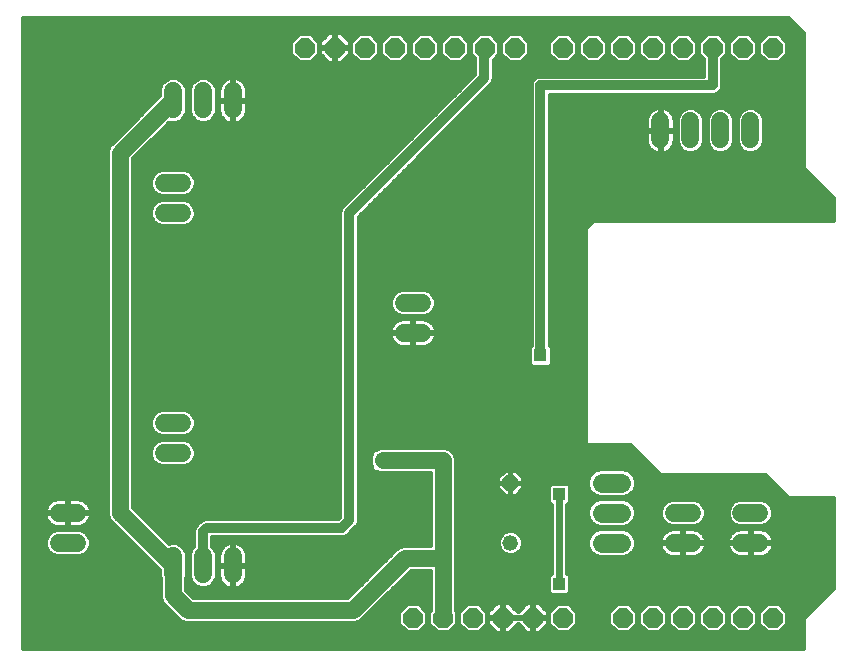
<source format=gbl>
G75*
%MOIN*%
%OFA0B0*%
%FSLAX25Y25*%
%IPPOS*%
%LPD*%
%AMOC8*
5,1,8,0,0,1.08239X$1,22.5*
%
%ADD10C,0.05200*%
%ADD11OC8,0.05200*%
%ADD12C,0.06000*%
%ADD13OC8,0.06600*%
%ADD14C,0.06496*%
%ADD15C,0.01600*%
%ADD16C,0.05600*%
%ADD17R,0.04362X0.04362*%
%ADD18C,0.02400*%
%ADD19C,0.03200*%
D10*
X0198500Y0061000D03*
D11*
X0198500Y0081000D03*
D12*
X0253000Y0071000D02*
X0259000Y0071000D01*
X0259000Y0061000D02*
X0253000Y0061000D01*
X0275500Y0061000D02*
X0281500Y0061000D01*
X0281500Y0071000D02*
X0275500Y0071000D01*
X0169000Y0131000D02*
X0163000Y0131000D01*
X0163000Y0141000D02*
X0169000Y0141000D01*
X0248500Y0195500D02*
X0248500Y0201500D01*
X0258500Y0201500D02*
X0258500Y0195500D01*
X0268500Y0195500D02*
X0268500Y0201500D01*
X0278500Y0201500D02*
X0278500Y0195500D01*
X0106000Y0205500D02*
X0106000Y0211500D01*
X0096000Y0211500D02*
X0096000Y0205500D01*
X0086000Y0205500D02*
X0086000Y0211500D01*
X0089000Y0181000D02*
X0083000Y0181000D01*
X0083000Y0171000D02*
X0089000Y0171000D01*
X0089000Y0101000D02*
X0083000Y0101000D01*
X0083000Y0091000D02*
X0089000Y0091000D01*
X0054000Y0071000D02*
X0048000Y0071000D01*
X0048000Y0061000D02*
X0054000Y0061000D01*
X0086000Y0056500D02*
X0086000Y0050500D01*
X0096000Y0050500D02*
X0096000Y0056500D01*
X0106000Y0056500D02*
X0106000Y0050500D01*
D13*
X0166000Y0036000D03*
X0176000Y0036000D03*
X0186000Y0036000D03*
X0196000Y0036000D03*
X0206000Y0036000D03*
X0216000Y0036000D03*
X0236000Y0036000D03*
X0246000Y0036000D03*
X0256000Y0036000D03*
X0266000Y0036000D03*
X0276000Y0036000D03*
X0286000Y0036000D03*
X0286000Y0226000D03*
X0276000Y0226000D03*
X0266000Y0226000D03*
X0256000Y0226000D03*
X0246000Y0226000D03*
X0236000Y0226000D03*
X0226000Y0226000D03*
X0216000Y0226000D03*
X0200000Y0226000D03*
X0190000Y0226000D03*
X0180000Y0226000D03*
X0170000Y0226000D03*
X0160000Y0226000D03*
X0150000Y0226000D03*
X0140000Y0226000D03*
X0130000Y0226000D03*
D14*
X0229002Y0081000D02*
X0235498Y0081000D01*
X0235498Y0071000D02*
X0229002Y0071000D01*
X0229002Y0061000D02*
X0235498Y0061000D01*
D15*
X0036000Y0026000D02*
X0036000Y0236000D01*
X0291000Y0236000D01*
X0296000Y0231000D01*
X0296000Y0186000D01*
X0306000Y0176000D01*
X0306000Y0168500D01*
X0226000Y0168500D01*
X0223500Y0166000D01*
X0223500Y0093500D01*
X0238500Y0093500D01*
X0248500Y0083500D01*
X0283500Y0083500D01*
X0291000Y0076000D01*
X0306000Y0076000D01*
X0306000Y0046000D01*
X0296000Y0036000D01*
X0296000Y0026000D01*
X0036000Y0026000D01*
X0036000Y0026576D02*
X0296000Y0026576D01*
X0296000Y0028175D02*
X0036000Y0028175D01*
X0036000Y0029773D02*
X0296000Y0029773D01*
X0296000Y0031372D02*
X0288284Y0031372D01*
X0288024Y0031113D02*
X0290887Y0033976D01*
X0290887Y0038024D01*
X0288024Y0040887D01*
X0283976Y0040887D01*
X0281113Y0038024D01*
X0281113Y0033976D01*
X0283976Y0031113D01*
X0288024Y0031113D01*
X0289882Y0032970D02*
X0296000Y0032970D01*
X0296000Y0034569D02*
X0290887Y0034569D01*
X0290887Y0036167D02*
X0296167Y0036167D01*
X0297766Y0037766D02*
X0290887Y0037766D01*
X0289548Y0039364D02*
X0299364Y0039364D01*
X0300963Y0040963D02*
X0208250Y0040963D01*
X0208112Y0041100D02*
X0211100Y0038112D01*
X0211100Y0036184D01*
X0206184Y0036184D01*
X0205816Y0036184D01*
X0205816Y0035816D01*
X0206184Y0035816D01*
X0206184Y0030900D01*
X0208112Y0030900D01*
X0211100Y0033888D01*
X0211100Y0035816D01*
X0206184Y0035816D01*
X0206184Y0036184D01*
X0206184Y0041100D01*
X0208112Y0041100D01*
X0206184Y0040963D02*
X0205816Y0040963D01*
X0205816Y0041100D02*
X0203888Y0041100D01*
X0201000Y0038212D01*
X0198112Y0041100D01*
X0196184Y0041100D01*
X0196184Y0036184D01*
X0195816Y0036184D01*
X0195816Y0035816D01*
X0196184Y0035816D01*
X0196184Y0030900D01*
X0198112Y0030900D01*
X0201000Y0033788D01*
X0203888Y0030900D01*
X0205816Y0030900D01*
X0205816Y0035816D01*
X0196184Y0035816D01*
X0196184Y0036184D01*
X0201100Y0036184D01*
X0205816Y0036184D01*
X0205816Y0041100D01*
X0205816Y0039364D02*
X0206184Y0039364D01*
X0206184Y0037766D02*
X0205816Y0037766D01*
X0205816Y0036167D02*
X0196184Y0036167D01*
X0195816Y0036167D02*
X0190887Y0036167D01*
X0190900Y0036184D02*
X0195816Y0036184D01*
X0195816Y0041100D01*
X0193888Y0041100D01*
X0190900Y0038112D01*
X0190900Y0036184D01*
X0190900Y0035816D02*
X0190900Y0033888D01*
X0193888Y0030900D01*
X0195816Y0030900D01*
X0195816Y0035816D01*
X0190900Y0035816D01*
X0190887Y0034569D02*
X0190900Y0034569D01*
X0190887Y0033976D02*
X0188024Y0031113D01*
X0183976Y0031113D01*
X0181113Y0033976D01*
X0181113Y0038024D01*
X0183976Y0040887D01*
X0188024Y0040887D01*
X0190887Y0038024D01*
X0190887Y0033976D01*
X0191817Y0032970D02*
X0189882Y0032970D01*
X0188284Y0031372D02*
X0193416Y0031372D01*
X0195816Y0031372D02*
X0196184Y0031372D01*
X0196184Y0032970D02*
X0195816Y0032970D01*
X0195816Y0034569D02*
X0196184Y0034569D01*
X0196184Y0037766D02*
X0195816Y0037766D01*
X0195816Y0039364D02*
X0196184Y0039364D01*
X0196184Y0040963D02*
X0195816Y0040963D01*
X0193750Y0040963D02*
X0180387Y0040963D01*
X0180387Y0042561D02*
X0302561Y0042561D01*
X0304160Y0044160D02*
X0218267Y0044160D01*
X0218518Y0044411D02*
X0217589Y0043481D01*
X0211911Y0043481D01*
X0210981Y0044411D01*
X0210981Y0050089D01*
X0211911Y0051018D01*
X0211963Y0051018D01*
X0211963Y0073481D01*
X0211911Y0073481D01*
X0210981Y0074411D01*
X0210981Y0080089D01*
X0211911Y0081018D01*
X0217589Y0081018D01*
X0218518Y0080089D01*
X0218518Y0074411D01*
X0217589Y0073481D01*
X0217537Y0073481D01*
X0217537Y0051018D01*
X0217589Y0051018D01*
X0218518Y0050089D01*
X0218518Y0044411D01*
X0218518Y0045758D02*
X0305758Y0045758D01*
X0306000Y0047357D02*
X0218518Y0047357D01*
X0218518Y0048955D02*
X0306000Y0048955D01*
X0306000Y0050554D02*
X0218053Y0050554D01*
X0217537Y0052152D02*
X0306000Y0052152D01*
X0306000Y0053751D02*
X0217537Y0053751D01*
X0217537Y0055349D02*
X0306000Y0055349D01*
X0306000Y0056948D02*
X0284089Y0056948D01*
X0284016Y0056895D02*
X0284627Y0057339D01*
X0285161Y0057873D01*
X0285605Y0058484D01*
X0285948Y0059157D01*
X0286182Y0059876D01*
X0286300Y0060622D01*
X0286300Y0060800D01*
X0278700Y0060800D01*
X0278700Y0061200D01*
X0278300Y0061200D01*
X0278300Y0065800D01*
X0275122Y0065800D01*
X0274376Y0065682D01*
X0273657Y0065448D01*
X0272984Y0065105D01*
X0272373Y0064661D01*
X0271839Y0064127D01*
X0271395Y0063516D01*
X0271052Y0062843D01*
X0270818Y0062124D01*
X0270700Y0061378D01*
X0270700Y0061200D01*
X0278300Y0061200D01*
X0278300Y0060800D01*
X0278700Y0060800D01*
X0278700Y0056200D01*
X0281878Y0056200D01*
X0282624Y0056318D01*
X0283343Y0056552D01*
X0284016Y0056895D01*
X0285637Y0058546D02*
X0306000Y0058546D01*
X0306000Y0060145D02*
X0286224Y0060145D01*
X0286300Y0061200D02*
X0286300Y0061378D01*
X0286182Y0062124D01*
X0285948Y0062843D01*
X0285605Y0063516D01*
X0285161Y0064127D01*
X0284627Y0064661D01*
X0284016Y0065105D01*
X0283343Y0065448D01*
X0282624Y0065682D01*
X0281878Y0065800D01*
X0278700Y0065800D01*
X0278700Y0061200D01*
X0286300Y0061200D01*
X0286242Y0061743D02*
X0306000Y0061743D01*
X0306000Y0063342D02*
X0285694Y0063342D01*
X0284243Y0064940D02*
X0306000Y0064940D01*
X0306000Y0066539D02*
X0282718Y0066539D01*
X0282412Y0066413D02*
X0284099Y0067111D01*
X0285389Y0068401D01*
X0286087Y0070088D01*
X0286087Y0071912D01*
X0285389Y0073599D01*
X0284099Y0074889D01*
X0282412Y0075587D01*
X0274588Y0075587D01*
X0272901Y0074889D01*
X0271611Y0073599D01*
X0270913Y0071912D01*
X0270913Y0070088D01*
X0271611Y0068401D01*
X0272901Y0067111D01*
X0274588Y0066413D01*
X0282412Y0066413D01*
X0285125Y0068137D02*
X0306000Y0068137D01*
X0306000Y0069736D02*
X0285942Y0069736D01*
X0286087Y0071334D02*
X0306000Y0071334D01*
X0306000Y0072933D02*
X0285665Y0072933D01*
X0284456Y0074532D02*
X0306000Y0074532D01*
X0290870Y0076130D02*
X0218518Y0076130D01*
X0218518Y0074532D02*
X0225695Y0074532D01*
X0226263Y0075099D02*
X0224903Y0073739D01*
X0224167Y0071962D01*
X0224167Y0070038D01*
X0224903Y0068261D01*
X0226263Y0066901D01*
X0228040Y0066165D01*
X0236460Y0066165D01*
X0238237Y0066901D01*
X0239597Y0068261D01*
X0240333Y0070038D01*
X0240333Y0071962D01*
X0239597Y0073739D01*
X0238237Y0075099D01*
X0236460Y0075835D01*
X0228040Y0075835D01*
X0226263Y0075099D01*
X0226263Y0076901D02*
X0228040Y0076165D01*
X0236460Y0076165D01*
X0238237Y0076901D01*
X0239597Y0078261D01*
X0240333Y0080038D01*
X0240333Y0081962D01*
X0239597Y0083739D01*
X0238237Y0085099D01*
X0236460Y0085835D01*
X0228040Y0085835D01*
X0226263Y0085099D01*
X0224903Y0083739D01*
X0224167Y0081962D01*
X0224167Y0080038D01*
X0224903Y0078261D01*
X0226263Y0076901D01*
X0225435Y0077729D02*
X0218518Y0077729D01*
X0218518Y0079327D02*
X0224461Y0079327D01*
X0224167Y0080926D02*
X0217682Y0080926D01*
X0211818Y0080926D02*
X0202900Y0080926D01*
X0202900Y0081000D02*
X0198500Y0081000D01*
X0198500Y0081000D01*
X0198500Y0085400D01*
X0200323Y0085400D01*
X0202900Y0082823D01*
X0202900Y0081000D01*
X0198500Y0081000D01*
X0198500Y0081000D01*
X0198500Y0081000D01*
X0194100Y0081000D01*
X0194100Y0082823D01*
X0196677Y0085400D01*
X0198500Y0085400D01*
X0198500Y0081000D01*
X0198500Y0076600D01*
X0200323Y0076600D01*
X0202900Y0079177D01*
X0202900Y0081000D01*
X0202900Y0082524D02*
X0224399Y0082524D01*
X0225286Y0084123D02*
X0201600Y0084123D01*
X0198500Y0084123D02*
X0198500Y0084123D01*
X0198500Y0082524D02*
X0198500Y0082524D01*
X0198500Y0081000D02*
X0194100Y0081000D01*
X0194100Y0079177D01*
X0196677Y0076600D01*
X0198500Y0076600D01*
X0198500Y0081000D01*
X0198500Y0081000D01*
X0198500Y0080926D02*
X0198500Y0080926D01*
X0198500Y0079327D02*
X0198500Y0079327D01*
X0198500Y0077729D02*
X0198500Y0077729D01*
X0201451Y0077729D02*
X0210981Y0077729D01*
X0210981Y0079327D02*
X0202900Y0079327D01*
X0210981Y0076130D02*
X0180387Y0076130D01*
X0180387Y0074532D02*
X0210981Y0074532D01*
X0211963Y0072933D02*
X0180387Y0072933D01*
X0180387Y0071334D02*
X0211963Y0071334D01*
X0211963Y0069736D02*
X0180387Y0069736D01*
X0180387Y0068137D02*
X0211963Y0068137D01*
X0211963Y0066539D02*
X0180387Y0066539D01*
X0180387Y0064940D02*
X0197071Y0064940D01*
X0197667Y0065187D02*
X0196128Y0064550D01*
X0194950Y0063372D01*
X0194313Y0061833D01*
X0194313Y0060167D01*
X0194950Y0058628D01*
X0196128Y0057450D01*
X0197667Y0056813D01*
X0199333Y0056813D01*
X0200872Y0057450D01*
X0202050Y0058628D01*
X0202687Y0060167D01*
X0202687Y0061833D01*
X0202050Y0063372D01*
X0200872Y0064550D01*
X0199333Y0065187D01*
X0197667Y0065187D01*
X0199929Y0064940D02*
X0211963Y0064940D01*
X0211963Y0063342D02*
X0202062Y0063342D01*
X0202687Y0061743D02*
X0211963Y0061743D01*
X0211963Y0060145D02*
X0202678Y0060145D01*
X0201968Y0058546D02*
X0211963Y0058546D01*
X0211963Y0056948D02*
X0199660Y0056948D01*
X0197340Y0056948D02*
X0180387Y0056948D01*
X0180387Y0058546D02*
X0195032Y0058546D01*
X0194322Y0060145D02*
X0180387Y0060145D01*
X0180387Y0061743D02*
X0194313Y0061743D01*
X0194938Y0063342D02*
X0180387Y0063342D01*
X0171613Y0063342D02*
X0144100Y0063342D01*
X0144056Y0063298D02*
X0146556Y0065798D01*
X0147452Y0066694D01*
X0147937Y0067866D01*
X0147937Y0169680D01*
X0191556Y0213298D01*
X0192452Y0214194D01*
X0192937Y0215366D01*
X0192937Y0222026D01*
X0194887Y0223976D01*
X0194887Y0228024D01*
X0192024Y0230887D01*
X0187976Y0230887D01*
X0185113Y0228024D01*
X0185113Y0223976D01*
X0186563Y0222526D01*
X0186563Y0217320D01*
X0142048Y0172806D01*
X0141563Y0171634D01*
X0141563Y0069820D01*
X0140930Y0069187D01*
X0096616Y0069187D01*
X0095444Y0068702D01*
X0094548Y0067806D01*
X0093298Y0066556D01*
X0092813Y0065384D01*
X0092813Y0059800D01*
X0092111Y0059099D01*
X0091413Y0057412D01*
X0091413Y0049587D01*
X0092111Y0047901D01*
X0093401Y0046611D01*
X0095087Y0045913D01*
X0096912Y0045913D01*
X0098599Y0046611D01*
X0099889Y0047901D01*
X0100587Y0049587D01*
X0100587Y0057412D01*
X0099889Y0059099D01*
X0099187Y0059800D01*
X0099187Y0062813D01*
X0142884Y0062813D01*
X0144056Y0063298D01*
X0145698Y0064940D02*
X0171613Y0064940D01*
X0171613Y0066539D02*
X0147297Y0066539D01*
X0147937Y0068137D02*
X0171613Y0068137D01*
X0171613Y0069736D02*
X0147937Y0069736D01*
X0147937Y0071334D02*
X0171613Y0071334D01*
X0171613Y0072933D02*
X0147937Y0072933D01*
X0147937Y0074532D02*
X0171613Y0074532D01*
X0171613Y0076130D02*
X0147937Y0076130D01*
X0147937Y0077729D02*
X0171613Y0077729D01*
X0171613Y0079327D02*
X0147937Y0079327D01*
X0147937Y0080926D02*
X0171613Y0080926D01*
X0171613Y0082524D02*
X0147937Y0082524D01*
X0147937Y0084123D02*
X0155103Y0084123D01*
X0155127Y0084113D02*
X0171613Y0084113D01*
X0171613Y0060387D01*
X0162627Y0060387D01*
X0161015Y0059719D01*
X0159781Y0058485D01*
X0144183Y0042887D01*
X0092817Y0042887D01*
X0090387Y0045317D01*
X0090387Y0049105D01*
X0090587Y0049587D01*
X0090587Y0057412D01*
X0089889Y0059099D01*
X0088599Y0060389D01*
X0086912Y0061087D01*
X0085088Y0061087D01*
X0084755Y0060950D01*
X0072887Y0072817D01*
X0072887Y0189183D01*
X0084755Y0201050D01*
X0085088Y0200913D01*
X0086912Y0200913D01*
X0088599Y0201611D01*
X0089889Y0202901D01*
X0090587Y0204587D01*
X0090587Y0212412D01*
X0089889Y0214099D01*
X0088599Y0215389D01*
X0086912Y0216087D01*
X0085088Y0216087D01*
X0083401Y0215389D01*
X0082111Y0214099D01*
X0081413Y0212412D01*
X0081413Y0210117D01*
X0066015Y0194719D01*
X0064781Y0193485D01*
X0064113Y0191873D01*
X0064113Y0070127D01*
X0064781Y0068515D01*
X0081413Y0051883D01*
X0081413Y0049587D01*
X0081613Y0049105D01*
X0081613Y0042627D01*
X0082281Y0041015D01*
X0088515Y0034781D01*
X0090127Y0034113D01*
X0146873Y0034113D01*
X0148485Y0034781D01*
X0165317Y0051613D01*
X0171613Y0051613D01*
X0171613Y0038524D01*
X0171113Y0038024D01*
X0171113Y0033976D01*
X0173976Y0031113D01*
X0178024Y0031113D01*
X0180887Y0033976D01*
X0180887Y0038024D01*
X0180387Y0038524D01*
X0180387Y0089373D01*
X0179719Y0090985D01*
X0178485Y0092219D01*
X0176873Y0092887D01*
X0155127Y0092887D01*
X0153633Y0092268D01*
X0153161Y0092268D01*
X0152231Y0091339D01*
X0152231Y0090867D01*
X0151613Y0089373D01*
X0151613Y0087627D01*
X0152231Y0086133D01*
X0152231Y0085661D01*
X0153161Y0084731D01*
X0153633Y0084731D01*
X0155127Y0084113D01*
X0152231Y0085721D02*
X0147937Y0085721D01*
X0147937Y0087320D02*
X0151740Y0087320D01*
X0151613Y0088918D02*
X0147937Y0088918D01*
X0147937Y0090517D02*
X0152086Y0090517D01*
X0153008Y0092115D02*
X0147937Y0092115D01*
X0147937Y0093714D02*
X0223500Y0093714D01*
X0223500Y0095312D02*
X0147937Y0095312D01*
X0147937Y0096911D02*
X0223500Y0096911D01*
X0223500Y0098509D02*
X0147937Y0098509D01*
X0147937Y0100108D02*
X0223500Y0100108D01*
X0223500Y0101706D02*
X0147937Y0101706D01*
X0147937Y0103305D02*
X0223500Y0103305D01*
X0223500Y0104903D02*
X0147937Y0104903D01*
X0147937Y0106502D02*
X0223500Y0106502D01*
X0223500Y0108100D02*
X0147937Y0108100D01*
X0147937Y0109699D02*
X0223500Y0109699D01*
X0223500Y0111297D02*
X0147937Y0111297D01*
X0147937Y0112896D02*
X0223500Y0112896D01*
X0223500Y0114494D02*
X0147937Y0114494D01*
X0147937Y0116093D02*
X0223500Y0116093D01*
X0223500Y0117691D02*
X0147937Y0117691D01*
X0147937Y0119290D02*
X0223500Y0119290D01*
X0223500Y0120888D02*
X0212268Y0120888D01*
X0212268Y0120661D02*
X0211339Y0119731D01*
X0205661Y0119731D01*
X0204731Y0120661D01*
X0204731Y0126339D01*
X0205313Y0126920D01*
X0205313Y0214134D01*
X0205798Y0215306D01*
X0206694Y0216202D01*
X0207866Y0216687D01*
X0262813Y0216687D01*
X0262813Y0222276D01*
X0261113Y0223976D01*
X0261113Y0228024D01*
X0263976Y0230887D01*
X0268024Y0230887D01*
X0270887Y0228024D01*
X0270887Y0223976D01*
X0269187Y0222276D01*
X0269187Y0212866D01*
X0268702Y0211694D01*
X0267806Y0210798D01*
X0266634Y0210313D01*
X0211687Y0210313D01*
X0211687Y0126920D01*
X0212268Y0126339D01*
X0212268Y0120661D01*
X0212268Y0122487D02*
X0223500Y0122487D01*
X0223500Y0124085D02*
X0212268Y0124085D01*
X0212268Y0125684D02*
X0223500Y0125684D01*
X0223500Y0127282D02*
X0211687Y0127282D01*
X0211687Y0128881D02*
X0223500Y0128881D01*
X0223500Y0130479D02*
X0211687Y0130479D01*
X0211687Y0132078D02*
X0223500Y0132078D01*
X0223500Y0133676D02*
X0211687Y0133676D01*
X0211687Y0135275D02*
X0223500Y0135275D01*
X0223500Y0136873D02*
X0211687Y0136873D01*
X0211687Y0138472D02*
X0223500Y0138472D01*
X0223500Y0140070D02*
X0211687Y0140070D01*
X0211687Y0141669D02*
X0223500Y0141669D01*
X0223500Y0143268D02*
X0211687Y0143268D01*
X0211687Y0144866D02*
X0223500Y0144866D01*
X0223500Y0146465D02*
X0211687Y0146465D01*
X0211687Y0148063D02*
X0223500Y0148063D01*
X0223500Y0149662D02*
X0211687Y0149662D01*
X0211687Y0151260D02*
X0223500Y0151260D01*
X0223500Y0152859D02*
X0211687Y0152859D01*
X0211687Y0154457D02*
X0223500Y0154457D01*
X0223500Y0156056D02*
X0211687Y0156056D01*
X0211687Y0157654D02*
X0223500Y0157654D01*
X0223500Y0159253D02*
X0211687Y0159253D01*
X0211687Y0160851D02*
X0223500Y0160851D01*
X0223500Y0162450D02*
X0211687Y0162450D01*
X0211687Y0164048D02*
X0223500Y0164048D01*
X0223500Y0165647D02*
X0211687Y0165647D01*
X0211687Y0167245D02*
X0224745Y0167245D01*
X0211687Y0168844D02*
X0306000Y0168844D01*
X0306000Y0170442D02*
X0211687Y0170442D01*
X0211687Y0172041D02*
X0306000Y0172041D01*
X0306000Y0173639D02*
X0211687Y0173639D01*
X0211687Y0175238D02*
X0306000Y0175238D01*
X0305164Y0176836D02*
X0211687Y0176836D01*
X0211687Y0178435D02*
X0303565Y0178435D01*
X0301967Y0180033D02*
X0211687Y0180033D01*
X0211687Y0181632D02*
X0300368Y0181632D01*
X0298770Y0183230D02*
X0211687Y0183230D01*
X0211687Y0184829D02*
X0297171Y0184829D01*
X0296000Y0186427D02*
X0211687Y0186427D01*
X0211687Y0188026D02*
X0296000Y0188026D01*
X0296000Y0189624D02*
X0211687Y0189624D01*
X0211687Y0191223D02*
X0246321Y0191223D01*
X0246657Y0191052D02*
X0245984Y0191395D01*
X0245373Y0191839D01*
X0244839Y0192373D01*
X0244395Y0192984D01*
X0244052Y0193657D01*
X0243818Y0194376D01*
X0243700Y0195122D01*
X0243700Y0198300D01*
X0248300Y0198300D01*
X0248700Y0198300D01*
X0248700Y0198700D01*
X0253300Y0198700D01*
X0253300Y0201878D01*
X0253182Y0202624D01*
X0252948Y0203343D01*
X0252605Y0204016D01*
X0252161Y0204627D01*
X0251627Y0205161D01*
X0251016Y0205605D01*
X0250343Y0205948D01*
X0249624Y0206182D01*
X0248878Y0206300D01*
X0248700Y0206300D01*
X0248700Y0198700D01*
X0248300Y0198700D01*
X0248300Y0206300D01*
X0248122Y0206300D01*
X0247376Y0206182D01*
X0246657Y0205948D01*
X0245984Y0205605D01*
X0245373Y0205161D01*
X0244839Y0204627D01*
X0244395Y0204016D01*
X0244052Y0203343D01*
X0243818Y0202624D01*
X0243700Y0201878D01*
X0243700Y0198700D01*
X0248300Y0198700D01*
X0248300Y0198300D01*
X0248300Y0190700D01*
X0248122Y0190700D01*
X0247376Y0190818D01*
X0246657Y0191052D01*
X0248300Y0191223D02*
X0248700Y0191223D01*
X0248700Y0190700D02*
X0248878Y0190700D01*
X0249624Y0190818D01*
X0250343Y0191052D01*
X0251016Y0191395D01*
X0251627Y0191839D01*
X0252161Y0192373D01*
X0252605Y0192984D01*
X0252948Y0193657D01*
X0253182Y0194376D01*
X0253300Y0195122D01*
X0253300Y0198300D01*
X0248700Y0198300D01*
X0248700Y0190700D01*
X0250679Y0191223D02*
X0256838Y0191223D01*
X0257587Y0190913D02*
X0255901Y0191611D01*
X0254611Y0192901D01*
X0253913Y0194587D01*
X0253913Y0202412D01*
X0253215Y0202412D01*
X0253913Y0202412D02*
X0254611Y0204099D01*
X0255901Y0205389D01*
X0257587Y0206087D01*
X0259412Y0206087D01*
X0261099Y0205389D01*
X0262389Y0204099D01*
X0263087Y0202412D01*
X0263913Y0202412D01*
X0264611Y0204099D01*
X0265901Y0205389D01*
X0267588Y0206087D01*
X0269412Y0206087D01*
X0271099Y0205389D01*
X0272389Y0204099D01*
X0273087Y0202412D01*
X0273913Y0202412D01*
X0274611Y0204099D01*
X0275901Y0205389D01*
X0277588Y0206087D01*
X0279412Y0206087D01*
X0281099Y0205389D01*
X0282389Y0204099D01*
X0283087Y0202412D01*
X0296000Y0202412D01*
X0296000Y0200814D02*
X0283087Y0200814D01*
X0283087Y0202412D02*
X0283087Y0194587D01*
X0282389Y0192901D01*
X0281099Y0191611D01*
X0279412Y0190913D01*
X0277588Y0190913D01*
X0275901Y0191611D01*
X0274611Y0192901D01*
X0273913Y0194587D01*
X0273913Y0202412D01*
X0273087Y0202412D02*
X0273087Y0194587D01*
X0272389Y0192901D01*
X0271099Y0191611D01*
X0269412Y0190913D01*
X0267588Y0190913D01*
X0265901Y0191611D01*
X0264611Y0192901D01*
X0263913Y0194587D01*
X0263913Y0202412D01*
X0263087Y0202412D02*
X0263087Y0194587D01*
X0262389Y0192901D01*
X0261099Y0191611D01*
X0259412Y0190913D01*
X0257587Y0190913D01*
X0260161Y0191223D02*
X0266838Y0191223D01*
X0264691Y0192821D02*
X0262309Y0192821D01*
X0263018Y0194420D02*
X0263982Y0194420D01*
X0263913Y0196018D02*
X0263087Y0196018D01*
X0263087Y0197617D02*
X0263913Y0197617D01*
X0263913Y0199215D02*
X0263087Y0199215D01*
X0263087Y0200814D02*
X0263913Y0200814D01*
X0264575Y0204011D02*
X0262425Y0204011D01*
X0260566Y0205609D02*
X0266434Y0205609D01*
X0270566Y0205609D02*
X0276434Y0205609D01*
X0274575Y0204011D02*
X0272425Y0204011D01*
X0273087Y0200814D02*
X0273913Y0200814D01*
X0273913Y0199215D02*
X0273087Y0199215D01*
X0273087Y0197617D02*
X0273913Y0197617D01*
X0273913Y0196018D02*
X0273087Y0196018D01*
X0273018Y0194420D02*
X0273982Y0194420D01*
X0274691Y0192821D02*
X0272309Y0192821D01*
X0270161Y0191223D02*
X0276838Y0191223D01*
X0280161Y0191223D02*
X0296000Y0191223D01*
X0296000Y0192821D02*
X0282309Y0192821D01*
X0283018Y0194420D02*
X0296000Y0194420D01*
X0296000Y0196018D02*
X0283087Y0196018D01*
X0283087Y0197617D02*
X0296000Y0197617D01*
X0296000Y0199215D02*
X0283087Y0199215D01*
X0282425Y0204011D02*
X0296000Y0204011D01*
X0296000Y0205609D02*
X0280566Y0205609D01*
X0268830Y0212003D02*
X0296000Y0212003D01*
X0296000Y0210405D02*
X0266857Y0210405D01*
X0269187Y0213602D02*
X0296000Y0213602D01*
X0296000Y0215201D02*
X0269187Y0215201D01*
X0269187Y0216799D02*
X0296000Y0216799D01*
X0296000Y0218398D02*
X0269187Y0218398D01*
X0269187Y0219996D02*
X0296000Y0219996D01*
X0296000Y0221595D02*
X0288506Y0221595D01*
X0288024Y0221113D02*
X0290887Y0223976D01*
X0290887Y0228024D01*
X0288024Y0230887D01*
X0283976Y0230887D01*
X0281113Y0228024D01*
X0281113Y0223976D01*
X0283976Y0221113D01*
X0288024Y0221113D01*
X0290105Y0223193D02*
X0296000Y0223193D01*
X0296000Y0224792D02*
X0290887Y0224792D01*
X0290887Y0226390D02*
X0296000Y0226390D01*
X0296000Y0227989D02*
X0290887Y0227989D01*
X0289325Y0229587D02*
X0296000Y0229587D01*
X0295814Y0231186D02*
X0036000Y0231186D01*
X0036000Y0232784D02*
X0294216Y0232784D01*
X0292617Y0234383D02*
X0036000Y0234383D01*
X0036000Y0235981D02*
X0291019Y0235981D01*
X0282675Y0229587D02*
X0279325Y0229587D01*
X0278024Y0230887D02*
X0273976Y0230887D01*
X0271113Y0228024D01*
X0271113Y0223976D01*
X0273976Y0221113D01*
X0278024Y0221113D01*
X0280887Y0223976D01*
X0280887Y0228024D01*
X0278024Y0230887D01*
X0280887Y0227989D02*
X0281113Y0227989D01*
X0281113Y0226390D02*
X0280887Y0226390D01*
X0280887Y0224792D02*
X0281113Y0224792D01*
X0281895Y0223193D02*
X0280105Y0223193D01*
X0278506Y0221595D02*
X0283494Y0221595D01*
X0273494Y0221595D02*
X0269187Y0221595D01*
X0270105Y0223193D02*
X0271895Y0223193D01*
X0271113Y0224792D02*
X0270887Y0224792D01*
X0270887Y0226390D02*
X0271113Y0226390D01*
X0271113Y0227989D02*
X0270887Y0227989D01*
X0269325Y0229587D02*
X0272675Y0229587D01*
X0262675Y0229587D02*
X0259325Y0229587D01*
X0258024Y0230887D02*
X0260887Y0228024D01*
X0260887Y0223976D01*
X0258024Y0221113D01*
X0253976Y0221113D01*
X0251113Y0223976D01*
X0251113Y0228024D01*
X0253976Y0230887D01*
X0258024Y0230887D01*
X0260887Y0227989D02*
X0261113Y0227989D01*
X0261113Y0226390D02*
X0260887Y0226390D01*
X0260887Y0224792D02*
X0261113Y0224792D01*
X0261895Y0223193D02*
X0260105Y0223193D01*
X0258506Y0221595D02*
X0262813Y0221595D01*
X0262813Y0219996D02*
X0192937Y0219996D01*
X0192937Y0218398D02*
X0262813Y0218398D01*
X0262813Y0216799D02*
X0192937Y0216799D01*
X0192869Y0215201D02*
X0205754Y0215201D01*
X0205313Y0213602D02*
X0191860Y0213602D01*
X0190261Y0212003D02*
X0205313Y0212003D01*
X0205313Y0210405D02*
X0188663Y0210405D01*
X0187064Y0208806D02*
X0205313Y0208806D01*
X0205313Y0207208D02*
X0185466Y0207208D01*
X0183867Y0205609D02*
X0205313Y0205609D01*
X0205313Y0204011D02*
X0182269Y0204011D01*
X0180670Y0202412D02*
X0205313Y0202412D01*
X0205313Y0200814D02*
X0179072Y0200814D01*
X0177473Y0199215D02*
X0205313Y0199215D01*
X0205313Y0197617D02*
X0175875Y0197617D01*
X0174276Y0196018D02*
X0205313Y0196018D01*
X0205313Y0194420D02*
X0172678Y0194420D01*
X0171079Y0192821D02*
X0205313Y0192821D01*
X0205313Y0191223D02*
X0169481Y0191223D01*
X0167882Y0189624D02*
X0205313Y0189624D01*
X0205313Y0188026D02*
X0166283Y0188026D01*
X0164685Y0186427D02*
X0205313Y0186427D01*
X0205313Y0184829D02*
X0163086Y0184829D01*
X0161488Y0183230D02*
X0205313Y0183230D01*
X0205313Y0181632D02*
X0159889Y0181632D01*
X0158291Y0180033D02*
X0205313Y0180033D01*
X0205313Y0178435D02*
X0156692Y0178435D01*
X0155094Y0176836D02*
X0205313Y0176836D01*
X0205313Y0175238D02*
X0153495Y0175238D01*
X0151897Y0173639D02*
X0205313Y0173639D01*
X0205313Y0172041D02*
X0150298Y0172041D01*
X0148700Y0170442D02*
X0205313Y0170442D01*
X0205313Y0168844D02*
X0147937Y0168844D01*
X0147937Y0167245D02*
X0205313Y0167245D01*
X0205313Y0165647D02*
X0147937Y0165647D01*
X0147937Y0164048D02*
X0205313Y0164048D01*
X0205313Y0162450D02*
X0147937Y0162450D01*
X0147937Y0160851D02*
X0205313Y0160851D01*
X0205313Y0159253D02*
X0147937Y0159253D01*
X0147937Y0157654D02*
X0205313Y0157654D01*
X0205313Y0156056D02*
X0147937Y0156056D01*
X0147937Y0154457D02*
X0205313Y0154457D01*
X0205313Y0152859D02*
X0147937Y0152859D01*
X0147937Y0151260D02*
X0205313Y0151260D01*
X0205313Y0149662D02*
X0147937Y0149662D01*
X0147937Y0148063D02*
X0205313Y0148063D01*
X0205313Y0146465D02*
X0147937Y0146465D01*
X0147937Y0144866D02*
X0160378Y0144866D01*
X0160401Y0144889D02*
X0159111Y0143599D01*
X0158413Y0141912D01*
X0158413Y0140088D01*
X0159111Y0138401D01*
X0160401Y0137111D01*
X0162088Y0136413D01*
X0169912Y0136413D01*
X0171599Y0137111D01*
X0172889Y0138401D01*
X0173587Y0140088D01*
X0173587Y0141912D01*
X0172889Y0143599D01*
X0171599Y0144889D01*
X0169912Y0145587D01*
X0162088Y0145587D01*
X0160401Y0144889D01*
X0158974Y0143268D02*
X0147937Y0143268D01*
X0147937Y0141669D02*
X0158413Y0141669D01*
X0158420Y0140070D02*
X0147937Y0140070D01*
X0147937Y0138472D02*
X0159082Y0138472D01*
X0160975Y0136873D02*
X0147937Y0136873D01*
X0147937Y0135275D02*
X0160817Y0135275D01*
X0160484Y0135105D02*
X0159873Y0134661D01*
X0159339Y0134127D01*
X0158895Y0133516D01*
X0158552Y0132843D01*
X0158318Y0132124D01*
X0158200Y0131378D01*
X0158200Y0131200D01*
X0165800Y0131200D01*
X0165800Y0135800D01*
X0162622Y0135800D01*
X0161876Y0135682D01*
X0161157Y0135448D01*
X0160484Y0135105D01*
X0159011Y0133676D02*
X0147937Y0133676D01*
X0147937Y0132078D02*
X0158311Y0132078D01*
X0158200Y0130800D02*
X0158200Y0130622D01*
X0158318Y0129876D01*
X0158552Y0129157D01*
X0158895Y0128484D01*
X0159339Y0127873D01*
X0159873Y0127339D01*
X0160484Y0126895D01*
X0161157Y0126552D01*
X0161876Y0126318D01*
X0162622Y0126200D01*
X0165800Y0126200D01*
X0165800Y0130800D01*
X0166200Y0130800D01*
X0166200Y0131200D01*
X0165800Y0131200D01*
X0165800Y0130800D01*
X0158200Y0130800D01*
X0158223Y0130479D02*
X0147937Y0130479D01*
X0147937Y0128881D02*
X0158693Y0128881D01*
X0159951Y0127282D02*
X0147937Y0127282D01*
X0147937Y0125684D02*
X0204731Y0125684D01*
X0204731Y0124085D02*
X0147937Y0124085D01*
X0147937Y0122487D02*
X0204731Y0122487D01*
X0204731Y0120888D02*
X0147937Y0120888D01*
X0141563Y0120888D02*
X0072887Y0120888D01*
X0072887Y0119290D02*
X0141563Y0119290D01*
X0141563Y0117691D02*
X0072887Y0117691D01*
X0072887Y0116093D02*
X0141563Y0116093D01*
X0141563Y0114494D02*
X0072887Y0114494D01*
X0072887Y0112896D02*
X0141563Y0112896D01*
X0141563Y0111297D02*
X0072887Y0111297D01*
X0072887Y0109699D02*
X0141563Y0109699D01*
X0141563Y0108100D02*
X0072887Y0108100D01*
X0072887Y0106502D02*
X0141563Y0106502D01*
X0141563Y0104903D02*
X0091564Y0104903D01*
X0091599Y0104889D02*
X0089912Y0105587D01*
X0082088Y0105587D01*
X0080401Y0104889D01*
X0079111Y0103599D01*
X0078413Y0101912D01*
X0078413Y0100087D01*
X0079111Y0098401D01*
X0080401Y0097111D01*
X0082088Y0096413D01*
X0089912Y0096413D01*
X0091599Y0097111D01*
X0092889Y0098401D01*
X0093587Y0100087D01*
X0093587Y0101912D01*
X0092889Y0103599D01*
X0091599Y0104889D01*
X0093011Y0103305D02*
X0141563Y0103305D01*
X0141563Y0101706D02*
X0093587Y0101706D01*
X0093587Y0100108D02*
X0141563Y0100108D01*
X0141563Y0098509D02*
X0092934Y0098509D01*
X0091115Y0096911D02*
X0141563Y0096911D01*
X0141563Y0095312D02*
X0090577Y0095312D01*
X0089912Y0095587D02*
X0091599Y0094889D01*
X0092889Y0093599D01*
X0093587Y0091912D01*
X0093587Y0090087D01*
X0092889Y0088401D01*
X0091599Y0087111D01*
X0089912Y0086413D01*
X0082088Y0086413D01*
X0080401Y0087111D01*
X0079111Y0088401D01*
X0078413Y0090087D01*
X0078413Y0091912D01*
X0079111Y0093599D01*
X0080401Y0094889D01*
X0082088Y0095587D01*
X0089912Y0095587D01*
X0092774Y0093714D02*
X0141563Y0093714D01*
X0141563Y0092115D02*
X0093503Y0092115D01*
X0093587Y0090517D02*
X0141563Y0090517D01*
X0141563Y0088918D02*
X0093103Y0088918D01*
X0091807Y0087320D02*
X0141563Y0087320D01*
X0141563Y0085721D02*
X0072887Y0085721D01*
X0072887Y0084123D02*
X0141563Y0084123D01*
X0141563Y0082524D02*
X0072887Y0082524D01*
X0072887Y0080926D02*
X0141563Y0080926D01*
X0141563Y0079327D02*
X0072887Y0079327D01*
X0072887Y0077729D02*
X0141563Y0077729D01*
X0141563Y0076130D02*
X0072887Y0076130D01*
X0072887Y0074532D02*
X0141563Y0074532D01*
X0141563Y0072933D02*
X0072887Y0072933D01*
X0074370Y0071334D02*
X0141563Y0071334D01*
X0141478Y0069736D02*
X0075969Y0069736D01*
X0077567Y0068137D02*
X0094880Y0068137D01*
X0093291Y0066539D02*
X0079166Y0066539D01*
X0080764Y0064940D02*
X0092813Y0064940D01*
X0092813Y0063342D02*
X0082363Y0063342D01*
X0083961Y0061743D02*
X0092813Y0061743D01*
X0092813Y0060145D02*
X0088843Y0060145D01*
X0090118Y0058546D02*
X0091882Y0058546D01*
X0091413Y0056948D02*
X0090587Y0056948D01*
X0090587Y0055349D02*
X0091413Y0055349D01*
X0091413Y0053751D02*
X0090587Y0053751D01*
X0090587Y0052152D02*
X0091413Y0052152D01*
X0091413Y0050554D02*
X0090587Y0050554D01*
X0090387Y0048955D02*
X0091674Y0048955D01*
X0092656Y0047357D02*
X0090387Y0047357D01*
X0090387Y0045758D02*
X0105254Y0045758D01*
X0105622Y0045700D02*
X0105800Y0045700D01*
X0105800Y0053300D01*
X0106200Y0053300D01*
X0106200Y0053700D01*
X0110800Y0053700D01*
X0110800Y0056878D01*
X0110682Y0057624D01*
X0110448Y0058343D01*
X0110105Y0059016D01*
X0109661Y0059627D01*
X0109127Y0060161D01*
X0108516Y0060605D01*
X0107843Y0060948D01*
X0107124Y0061182D01*
X0106378Y0061300D01*
X0106200Y0061300D01*
X0106200Y0053700D01*
X0105800Y0053700D01*
X0105800Y0061300D01*
X0105622Y0061300D01*
X0104876Y0061182D01*
X0104157Y0060948D01*
X0103484Y0060605D01*
X0102873Y0060161D01*
X0102339Y0059627D01*
X0101895Y0059016D01*
X0101552Y0058343D01*
X0101318Y0057624D01*
X0101200Y0056878D01*
X0101200Y0053700D01*
X0105800Y0053700D01*
X0105800Y0053300D01*
X0101200Y0053300D01*
X0101200Y0050122D01*
X0101318Y0049376D01*
X0101552Y0048657D01*
X0101895Y0047984D01*
X0102339Y0047373D01*
X0102873Y0046839D01*
X0103484Y0046395D01*
X0104157Y0046052D01*
X0104876Y0045818D01*
X0105622Y0045700D01*
X0105800Y0045758D02*
X0106200Y0045758D01*
X0106200Y0045700D02*
X0106378Y0045700D01*
X0107124Y0045818D01*
X0107843Y0046052D01*
X0108516Y0046395D01*
X0109127Y0046839D01*
X0109661Y0047373D01*
X0110105Y0047984D01*
X0110448Y0048657D01*
X0110682Y0049376D01*
X0110800Y0050122D01*
X0110800Y0053300D01*
X0106200Y0053300D01*
X0106200Y0045700D01*
X0106746Y0045758D02*
X0147054Y0045758D01*
X0148652Y0047357D02*
X0109645Y0047357D01*
X0110545Y0048955D02*
X0150251Y0048955D01*
X0151849Y0050554D02*
X0110800Y0050554D01*
X0110800Y0052152D02*
X0153448Y0052152D01*
X0155046Y0053751D02*
X0110800Y0053751D01*
X0110800Y0055349D02*
X0156645Y0055349D01*
X0158243Y0056948D02*
X0110789Y0056948D01*
X0110344Y0058546D02*
X0159842Y0058546D01*
X0159781Y0058485D02*
X0159781Y0058485D01*
X0162042Y0060145D02*
X0109143Y0060145D01*
X0106200Y0060145D02*
X0105800Y0060145D01*
X0105800Y0058546D02*
X0106200Y0058546D01*
X0106200Y0056948D02*
X0105800Y0056948D01*
X0105800Y0055349D02*
X0106200Y0055349D01*
X0106200Y0053751D02*
X0105800Y0053751D01*
X0105800Y0052152D02*
X0106200Y0052152D01*
X0106200Y0050554D02*
X0105800Y0050554D01*
X0105800Y0048955D02*
X0106200Y0048955D01*
X0106200Y0047357D02*
X0105800Y0047357D01*
X0102355Y0047357D02*
X0099344Y0047357D01*
X0100326Y0048955D02*
X0101455Y0048955D01*
X0101200Y0050554D02*
X0100587Y0050554D01*
X0100587Y0052152D02*
X0101200Y0052152D01*
X0101200Y0053751D02*
X0100587Y0053751D01*
X0100587Y0055349D02*
X0101200Y0055349D01*
X0101211Y0056948D02*
X0100587Y0056948D01*
X0100118Y0058546D02*
X0101656Y0058546D01*
X0102857Y0060145D02*
X0099187Y0060145D01*
X0099187Y0061743D02*
X0171613Y0061743D01*
X0180387Y0055349D02*
X0211963Y0055349D01*
X0211963Y0053751D02*
X0180387Y0053751D01*
X0180387Y0052152D02*
X0211963Y0052152D01*
X0211447Y0050554D02*
X0180387Y0050554D01*
X0180387Y0048955D02*
X0210981Y0048955D01*
X0210981Y0047357D02*
X0180387Y0047357D01*
X0180387Y0045758D02*
X0210981Y0045758D01*
X0211233Y0044160D02*
X0180387Y0044160D01*
X0180387Y0039364D02*
X0182452Y0039364D01*
X0181113Y0037766D02*
X0180887Y0037766D01*
X0180887Y0036167D02*
X0181113Y0036167D01*
X0181113Y0034569D02*
X0180887Y0034569D01*
X0179882Y0032970D02*
X0182118Y0032970D01*
X0183716Y0031372D02*
X0178284Y0031372D01*
X0173716Y0031372D02*
X0168284Y0031372D01*
X0168024Y0031113D02*
X0170887Y0033976D01*
X0170887Y0038024D01*
X0168024Y0040887D01*
X0163976Y0040887D01*
X0161113Y0038024D01*
X0161113Y0033976D01*
X0163976Y0031113D01*
X0168024Y0031113D01*
X0169882Y0032970D02*
X0172118Y0032970D01*
X0171113Y0034569D02*
X0170887Y0034569D01*
X0170887Y0036167D02*
X0171113Y0036167D01*
X0171113Y0037766D02*
X0170887Y0037766D01*
X0171613Y0039364D02*
X0169548Y0039364D01*
X0171613Y0040963D02*
X0154667Y0040963D01*
X0153069Y0039364D02*
X0162452Y0039364D01*
X0161113Y0037766D02*
X0151470Y0037766D01*
X0149872Y0036167D02*
X0161113Y0036167D01*
X0161113Y0034569D02*
X0147974Y0034569D01*
X0156266Y0042561D02*
X0171613Y0042561D01*
X0171613Y0044160D02*
X0157865Y0044160D01*
X0159463Y0045758D02*
X0171613Y0045758D01*
X0171613Y0047357D02*
X0161062Y0047357D01*
X0162660Y0048955D02*
X0171613Y0048955D01*
X0171613Y0050554D02*
X0164259Y0050554D01*
X0145455Y0044160D02*
X0091545Y0044160D01*
X0083931Y0039364D02*
X0036000Y0039364D01*
X0036000Y0037766D02*
X0085530Y0037766D01*
X0087128Y0036167D02*
X0036000Y0036167D01*
X0036000Y0034569D02*
X0089026Y0034569D01*
X0082332Y0040963D02*
X0036000Y0040963D01*
X0036000Y0042561D02*
X0081640Y0042561D01*
X0081613Y0044160D02*
X0036000Y0044160D01*
X0036000Y0045758D02*
X0081613Y0045758D01*
X0081613Y0047357D02*
X0036000Y0047357D01*
X0036000Y0048955D02*
X0081613Y0048955D01*
X0081413Y0050554D02*
X0036000Y0050554D01*
X0036000Y0052152D02*
X0081143Y0052152D01*
X0079544Y0053751D02*
X0036000Y0053751D01*
X0036000Y0055349D02*
X0077946Y0055349D01*
X0076347Y0056948D02*
X0056205Y0056948D01*
X0056599Y0057111D02*
X0057889Y0058401D01*
X0058587Y0060087D01*
X0058587Y0061912D01*
X0057889Y0063599D01*
X0056599Y0064889D01*
X0054912Y0065587D01*
X0047087Y0065587D01*
X0045401Y0064889D01*
X0044111Y0063599D01*
X0043413Y0061912D01*
X0043413Y0060087D01*
X0044111Y0058401D01*
X0045401Y0057111D01*
X0047087Y0056413D01*
X0054912Y0056413D01*
X0056599Y0057111D01*
X0057949Y0058546D02*
X0074749Y0058546D01*
X0073150Y0060145D02*
X0058587Y0060145D01*
X0058587Y0061743D02*
X0071552Y0061743D01*
X0069953Y0063342D02*
X0057995Y0063342D01*
X0056474Y0064940D02*
X0068355Y0064940D01*
X0066756Y0066539D02*
X0055803Y0066539D01*
X0055843Y0066552D02*
X0056516Y0066895D01*
X0057127Y0067339D01*
X0057661Y0067873D01*
X0058105Y0068484D01*
X0058448Y0069157D01*
X0058682Y0069876D01*
X0058800Y0070622D01*
X0058800Y0070800D01*
X0051200Y0070800D01*
X0051200Y0071200D01*
X0050800Y0071200D01*
X0050800Y0075800D01*
X0047622Y0075800D01*
X0046876Y0075682D01*
X0046157Y0075448D01*
X0045484Y0075105D01*
X0044873Y0074661D01*
X0044339Y0074127D01*
X0043895Y0073516D01*
X0043552Y0072843D01*
X0043318Y0072124D01*
X0043200Y0071378D01*
X0043200Y0071200D01*
X0050800Y0071200D01*
X0050800Y0070800D01*
X0051200Y0070800D01*
X0051200Y0066200D01*
X0054378Y0066200D01*
X0055124Y0066318D01*
X0055843Y0066552D01*
X0057853Y0068137D02*
X0065158Y0068137D01*
X0064275Y0069736D02*
X0058636Y0069736D01*
X0058800Y0071200D02*
X0058800Y0071378D01*
X0058682Y0072124D01*
X0058448Y0072843D01*
X0058105Y0073516D01*
X0057661Y0074127D01*
X0057127Y0074661D01*
X0056516Y0075105D01*
X0055843Y0075448D01*
X0055124Y0075682D01*
X0054378Y0075800D01*
X0051200Y0075800D01*
X0051200Y0071200D01*
X0058800Y0071200D01*
X0058800Y0071334D02*
X0064113Y0071334D01*
X0064113Y0072933D02*
X0058402Y0072933D01*
X0057257Y0074532D02*
X0064113Y0074532D01*
X0064113Y0076130D02*
X0036000Y0076130D01*
X0036000Y0074532D02*
X0044743Y0074532D01*
X0043598Y0072933D02*
X0036000Y0072933D01*
X0036000Y0071334D02*
X0043200Y0071334D01*
X0043200Y0070800D02*
X0043200Y0070622D01*
X0043318Y0069876D01*
X0043552Y0069157D01*
X0043895Y0068484D01*
X0044339Y0067873D01*
X0044873Y0067339D01*
X0045484Y0066895D01*
X0046157Y0066552D01*
X0046876Y0066318D01*
X0047622Y0066200D01*
X0050800Y0066200D01*
X0050800Y0070800D01*
X0043200Y0070800D01*
X0043364Y0069736D02*
X0036000Y0069736D01*
X0036000Y0068137D02*
X0044147Y0068137D01*
X0046197Y0066539D02*
X0036000Y0066539D01*
X0036000Y0064940D02*
X0045526Y0064940D01*
X0044005Y0063342D02*
X0036000Y0063342D01*
X0036000Y0061743D02*
X0043413Y0061743D01*
X0043413Y0060145D02*
X0036000Y0060145D01*
X0036000Y0058546D02*
X0044051Y0058546D01*
X0045795Y0056948D02*
X0036000Y0056948D01*
X0050800Y0066539D02*
X0051200Y0066539D01*
X0051200Y0068137D02*
X0050800Y0068137D01*
X0050800Y0069736D02*
X0051200Y0069736D01*
X0051200Y0071334D02*
X0050800Y0071334D01*
X0050800Y0072933D02*
X0051200Y0072933D01*
X0051200Y0074532D02*
X0050800Y0074532D01*
X0064113Y0077729D02*
X0036000Y0077729D01*
X0036000Y0079327D02*
X0064113Y0079327D01*
X0064113Y0080926D02*
X0036000Y0080926D01*
X0036000Y0082524D02*
X0064113Y0082524D01*
X0064113Y0084123D02*
X0036000Y0084123D01*
X0036000Y0085721D02*
X0064113Y0085721D01*
X0064113Y0087320D02*
X0036000Y0087320D01*
X0036000Y0088918D02*
X0064113Y0088918D01*
X0064113Y0090517D02*
X0036000Y0090517D01*
X0036000Y0092115D02*
X0064113Y0092115D01*
X0064113Y0093714D02*
X0036000Y0093714D01*
X0036000Y0095312D02*
X0064113Y0095312D01*
X0064113Y0096911D02*
X0036000Y0096911D01*
X0036000Y0098509D02*
X0064113Y0098509D01*
X0064113Y0100108D02*
X0036000Y0100108D01*
X0036000Y0101706D02*
X0064113Y0101706D01*
X0064113Y0103305D02*
X0036000Y0103305D01*
X0036000Y0104903D02*
X0064113Y0104903D01*
X0064113Y0106502D02*
X0036000Y0106502D01*
X0036000Y0108100D02*
X0064113Y0108100D01*
X0064113Y0109699D02*
X0036000Y0109699D01*
X0036000Y0111297D02*
X0064113Y0111297D01*
X0064113Y0112896D02*
X0036000Y0112896D01*
X0036000Y0114494D02*
X0064113Y0114494D01*
X0064113Y0116093D02*
X0036000Y0116093D01*
X0036000Y0117691D02*
X0064113Y0117691D01*
X0064113Y0119290D02*
X0036000Y0119290D01*
X0036000Y0120888D02*
X0064113Y0120888D01*
X0064113Y0122487D02*
X0036000Y0122487D01*
X0036000Y0124085D02*
X0064113Y0124085D01*
X0064113Y0125684D02*
X0036000Y0125684D01*
X0036000Y0127282D02*
X0064113Y0127282D01*
X0064113Y0128881D02*
X0036000Y0128881D01*
X0036000Y0130479D02*
X0064113Y0130479D01*
X0064113Y0132078D02*
X0036000Y0132078D01*
X0036000Y0133676D02*
X0064113Y0133676D01*
X0064113Y0135275D02*
X0036000Y0135275D01*
X0036000Y0136873D02*
X0064113Y0136873D01*
X0064113Y0138472D02*
X0036000Y0138472D01*
X0036000Y0140070D02*
X0064113Y0140070D01*
X0064113Y0141669D02*
X0036000Y0141669D01*
X0036000Y0143268D02*
X0064113Y0143268D01*
X0064113Y0144866D02*
X0036000Y0144866D01*
X0036000Y0146465D02*
X0064113Y0146465D01*
X0064113Y0148063D02*
X0036000Y0148063D01*
X0036000Y0149662D02*
X0064113Y0149662D01*
X0064113Y0151260D02*
X0036000Y0151260D01*
X0036000Y0152859D02*
X0064113Y0152859D01*
X0064113Y0154457D02*
X0036000Y0154457D01*
X0036000Y0156056D02*
X0064113Y0156056D01*
X0064113Y0157654D02*
X0036000Y0157654D01*
X0036000Y0159253D02*
X0064113Y0159253D01*
X0064113Y0160851D02*
X0036000Y0160851D01*
X0036000Y0162450D02*
X0064113Y0162450D01*
X0064113Y0164048D02*
X0036000Y0164048D01*
X0036000Y0165647D02*
X0064113Y0165647D01*
X0064113Y0167245D02*
X0036000Y0167245D01*
X0036000Y0168844D02*
X0064113Y0168844D01*
X0064113Y0170442D02*
X0036000Y0170442D01*
X0036000Y0172041D02*
X0064113Y0172041D01*
X0064113Y0173639D02*
X0036000Y0173639D01*
X0036000Y0175238D02*
X0064113Y0175238D01*
X0064113Y0176836D02*
X0036000Y0176836D01*
X0036000Y0178435D02*
X0064113Y0178435D01*
X0064113Y0180033D02*
X0036000Y0180033D01*
X0036000Y0181632D02*
X0064113Y0181632D01*
X0064113Y0183230D02*
X0036000Y0183230D01*
X0036000Y0184829D02*
X0064113Y0184829D01*
X0064113Y0186427D02*
X0036000Y0186427D01*
X0036000Y0188026D02*
X0064113Y0188026D01*
X0064113Y0189624D02*
X0036000Y0189624D01*
X0036000Y0191223D02*
X0064113Y0191223D01*
X0064506Y0192821D02*
X0036000Y0192821D01*
X0036000Y0194420D02*
X0065715Y0194420D01*
X0067314Y0196018D02*
X0036000Y0196018D01*
X0036000Y0197617D02*
X0068912Y0197617D01*
X0070511Y0199215D02*
X0036000Y0199215D01*
X0036000Y0200814D02*
X0072109Y0200814D01*
X0073708Y0202412D02*
X0036000Y0202412D01*
X0036000Y0204011D02*
X0075306Y0204011D01*
X0076905Y0205609D02*
X0036000Y0205609D01*
X0036000Y0207208D02*
X0078503Y0207208D01*
X0080102Y0208806D02*
X0036000Y0208806D01*
X0036000Y0210405D02*
X0081413Y0210405D01*
X0081413Y0212003D02*
X0036000Y0212003D01*
X0036000Y0213602D02*
X0081905Y0213602D01*
X0083213Y0215201D02*
X0036000Y0215201D01*
X0036000Y0216799D02*
X0186041Y0216799D01*
X0186563Y0218398D02*
X0036000Y0218398D01*
X0036000Y0219996D02*
X0186563Y0219996D01*
X0186563Y0221595D02*
X0182506Y0221595D01*
X0182024Y0221113D02*
X0184887Y0223976D01*
X0184887Y0228024D01*
X0182024Y0230887D01*
X0177976Y0230887D01*
X0175113Y0228024D01*
X0175113Y0223976D01*
X0177976Y0221113D01*
X0182024Y0221113D01*
X0184105Y0223193D02*
X0185895Y0223193D01*
X0185113Y0224792D02*
X0184887Y0224792D01*
X0184887Y0226390D02*
X0185113Y0226390D01*
X0185113Y0227989D02*
X0184887Y0227989D01*
X0183325Y0229587D02*
X0186675Y0229587D01*
X0193325Y0229587D02*
X0196675Y0229587D01*
X0197976Y0230887D02*
X0195113Y0228024D01*
X0195113Y0223976D01*
X0197976Y0221113D01*
X0202024Y0221113D01*
X0204887Y0223976D01*
X0204887Y0228024D01*
X0202024Y0230887D01*
X0197976Y0230887D01*
X0195113Y0227989D02*
X0194887Y0227989D01*
X0194887Y0226390D02*
X0195113Y0226390D01*
X0195113Y0224792D02*
X0194887Y0224792D01*
X0194105Y0223193D02*
X0195895Y0223193D01*
X0197494Y0221595D02*
X0192937Y0221595D01*
X0202506Y0221595D02*
X0213494Y0221595D01*
X0213976Y0221113D02*
X0218024Y0221113D01*
X0220887Y0223976D01*
X0220887Y0228024D01*
X0218024Y0230887D01*
X0213976Y0230887D01*
X0211113Y0228024D01*
X0211113Y0223976D01*
X0213976Y0221113D01*
X0211895Y0223193D02*
X0204105Y0223193D01*
X0204887Y0224792D02*
X0211113Y0224792D01*
X0211113Y0226390D02*
X0204887Y0226390D01*
X0204887Y0227989D02*
X0211113Y0227989D01*
X0212675Y0229587D02*
X0203325Y0229587D01*
X0219325Y0229587D02*
X0222675Y0229587D01*
X0223976Y0230887D02*
X0221113Y0228024D01*
X0221113Y0223976D01*
X0223976Y0221113D01*
X0228024Y0221113D01*
X0230887Y0223976D01*
X0230887Y0228024D01*
X0228024Y0230887D01*
X0223976Y0230887D01*
X0221113Y0227989D02*
X0220887Y0227989D01*
X0220887Y0226390D02*
X0221113Y0226390D01*
X0221113Y0224792D02*
X0220887Y0224792D01*
X0220105Y0223193D02*
X0221895Y0223193D01*
X0223494Y0221595D02*
X0218506Y0221595D01*
X0228506Y0221595D02*
X0233494Y0221595D01*
X0233976Y0221113D02*
X0238024Y0221113D01*
X0240887Y0223976D01*
X0240887Y0228024D01*
X0238024Y0230887D01*
X0233976Y0230887D01*
X0231113Y0228024D01*
X0231113Y0223976D01*
X0233976Y0221113D01*
X0231895Y0223193D02*
X0230105Y0223193D01*
X0230887Y0224792D02*
X0231113Y0224792D01*
X0231113Y0226390D02*
X0230887Y0226390D01*
X0230887Y0227989D02*
X0231113Y0227989D01*
X0232675Y0229587D02*
X0229325Y0229587D01*
X0238506Y0221595D02*
X0243494Y0221595D01*
X0243976Y0221113D02*
X0248024Y0221113D01*
X0250887Y0223976D01*
X0250887Y0228024D01*
X0248024Y0230887D01*
X0243976Y0230887D01*
X0241113Y0228024D01*
X0241113Y0223976D01*
X0243976Y0221113D01*
X0241895Y0223193D02*
X0240105Y0223193D01*
X0240887Y0224792D02*
X0241113Y0224792D01*
X0241113Y0226390D02*
X0240887Y0226390D01*
X0240887Y0227989D02*
X0241113Y0227989D01*
X0242675Y0229587D02*
X0239325Y0229587D01*
X0249325Y0229587D02*
X0252675Y0229587D01*
X0251113Y0227989D02*
X0250887Y0227989D01*
X0250887Y0226390D02*
X0251113Y0226390D01*
X0251113Y0224792D02*
X0250887Y0224792D01*
X0250105Y0223193D02*
X0251895Y0223193D01*
X0253494Y0221595D02*
X0248506Y0221595D01*
X0248300Y0205609D02*
X0248700Y0205609D01*
X0248700Y0204011D02*
X0248300Y0204011D01*
X0248300Y0202412D02*
X0248700Y0202412D01*
X0248700Y0200814D02*
X0248300Y0200814D01*
X0248300Y0199215D02*
X0248700Y0199215D01*
X0248700Y0197617D02*
X0248300Y0197617D01*
X0248300Y0196018D02*
X0248700Y0196018D01*
X0248700Y0194420D02*
X0248300Y0194420D01*
X0248300Y0192821D02*
X0248700Y0192821D01*
X0252487Y0192821D02*
X0254691Y0192821D01*
X0253982Y0194420D02*
X0253189Y0194420D01*
X0253300Y0196018D02*
X0253913Y0196018D01*
X0253913Y0197617D02*
X0253300Y0197617D01*
X0253300Y0199215D02*
X0253913Y0199215D01*
X0253913Y0200814D02*
X0253300Y0200814D01*
X0252608Y0204011D02*
X0254575Y0204011D01*
X0256434Y0205609D02*
X0251008Y0205609D01*
X0245992Y0205609D02*
X0211687Y0205609D01*
X0211687Y0204011D02*
X0244392Y0204011D01*
X0243785Y0202412D02*
X0211687Y0202412D01*
X0211687Y0200814D02*
X0243700Y0200814D01*
X0243700Y0199215D02*
X0211687Y0199215D01*
X0211687Y0197617D02*
X0243700Y0197617D01*
X0243700Y0196018D02*
X0211687Y0196018D01*
X0211687Y0194420D02*
X0243811Y0194420D01*
X0244513Y0192821D02*
X0211687Y0192821D01*
X0211687Y0207208D02*
X0296000Y0207208D01*
X0296000Y0208806D02*
X0211687Y0208806D01*
X0184443Y0215201D02*
X0109073Y0215201D01*
X0109127Y0215161D02*
X0108516Y0215605D01*
X0107843Y0215948D01*
X0107124Y0216182D01*
X0106378Y0216300D01*
X0106200Y0216300D01*
X0106200Y0208700D01*
X0110800Y0208700D01*
X0110800Y0211878D01*
X0110682Y0212624D01*
X0110448Y0213343D01*
X0110105Y0214016D01*
X0109661Y0214627D01*
X0109127Y0215161D01*
X0110316Y0213602D02*
X0182844Y0213602D01*
X0181246Y0212003D02*
X0110780Y0212003D01*
X0110800Y0210405D02*
X0179647Y0210405D01*
X0178049Y0208806D02*
X0110800Y0208806D01*
X0110800Y0208300D02*
X0106200Y0208300D01*
X0106200Y0208700D01*
X0105800Y0208700D01*
X0105800Y0216300D01*
X0105622Y0216300D01*
X0104876Y0216182D01*
X0104157Y0215948D01*
X0103484Y0215605D01*
X0102873Y0215161D01*
X0102339Y0214627D01*
X0101895Y0214016D01*
X0101552Y0213343D01*
X0101318Y0212624D01*
X0101200Y0211878D01*
X0101200Y0208700D01*
X0105800Y0208700D01*
X0105800Y0208300D01*
X0106200Y0208300D01*
X0106200Y0200700D01*
X0106378Y0200700D01*
X0107124Y0200818D01*
X0107843Y0201052D01*
X0108516Y0201395D01*
X0109127Y0201839D01*
X0109661Y0202373D01*
X0110105Y0202984D01*
X0110448Y0203657D01*
X0110682Y0204376D01*
X0110800Y0205122D01*
X0110800Y0208300D01*
X0110800Y0207208D02*
X0176450Y0207208D01*
X0174852Y0205609D02*
X0110800Y0205609D01*
X0110563Y0204011D02*
X0173253Y0204011D01*
X0171655Y0202412D02*
X0109690Y0202412D01*
X0107097Y0200814D02*
X0170056Y0200814D01*
X0168458Y0199215D02*
X0082920Y0199215D01*
X0081322Y0197617D02*
X0166859Y0197617D01*
X0165261Y0196018D02*
X0079723Y0196018D01*
X0078125Y0194420D02*
X0163662Y0194420D01*
X0162064Y0192821D02*
X0076526Y0192821D01*
X0074928Y0191223D02*
X0160465Y0191223D01*
X0158867Y0189624D02*
X0073329Y0189624D01*
X0072887Y0188026D02*
X0157268Y0188026D01*
X0155670Y0186427D02*
X0072887Y0186427D01*
X0072887Y0184829D02*
X0080341Y0184829D01*
X0080401Y0184889D02*
X0079111Y0183599D01*
X0078413Y0181912D01*
X0078413Y0180087D01*
X0079111Y0178401D01*
X0080401Y0177111D01*
X0082088Y0176413D01*
X0089912Y0176413D01*
X0091599Y0177111D01*
X0092889Y0178401D01*
X0093587Y0180087D01*
X0093587Y0181912D01*
X0092889Y0183599D01*
X0091599Y0184889D01*
X0089912Y0185587D01*
X0082088Y0185587D01*
X0080401Y0184889D01*
X0078958Y0183230D02*
X0072887Y0183230D01*
X0072887Y0181632D02*
X0078413Y0181632D01*
X0078435Y0180033D02*
X0072887Y0180033D01*
X0072887Y0178435D02*
X0079097Y0178435D01*
X0081065Y0176836D02*
X0072887Y0176836D01*
X0072887Y0175238D02*
X0081243Y0175238D01*
X0080401Y0174889D02*
X0082088Y0175587D01*
X0089912Y0175587D01*
X0091599Y0174889D01*
X0092889Y0173599D01*
X0093587Y0171912D01*
X0093587Y0170088D01*
X0092889Y0168401D01*
X0091599Y0167111D01*
X0089912Y0166413D01*
X0082088Y0166413D01*
X0080401Y0167111D01*
X0079111Y0168401D01*
X0078413Y0170088D01*
X0078413Y0171912D01*
X0079111Y0173599D01*
X0080401Y0174889D01*
X0079152Y0173639D02*
X0072887Y0173639D01*
X0072887Y0172041D02*
X0078466Y0172041D01*
X0078413Y0170442D02*
X0072887Y0170442D01*
X0072887Y0168844D02*
X0078928Y0168844D01*
X0080267Y0167245D02*
X0072887Y0167245D01*
X0072887Y0165647D02*
X0141563Y0165647D01*
X0141563Y0167245D02*
X0091733Y0167245D01*
X0093072Y0168844D02*
X0141563Y0168844D01*
X0141563Y0170442D02*
X0093587Y0170442D01*
X0093534Y0172041D02*
X0141731Y0172041D01*
X0142882Y0173639D02*
X0092848Y0173639D01*
X0090757Y0175238D02*
X0144480Y0175238D01*
X0146079Y0176836D02*
X0090935Y0176836D01*
X0092903Y0178435D02*
X0147677Y0178435D01*
X0149276Y0180033D02*
X0093565Y0180033D01*
X0093587Y0181632D02*
X0150874Y0181632D01*
X0152473Y0183230D02*
X0093042Y0183230D01*
X0091659Y0184829D02*
X0154071Y0184829D01*
X0141563Y0164048D02*
X0072887Y0164048D01*
X0072887Y0162450D02*
X0141563Y0162450D01*
X0141563Y0160851D02*
X0072887Y0160851D01*
X0072887Y0159253D02*
X0141563Y0159253D01*
X0141563Y0157654D02*
X0072887Y0157654D01*
X0072887Y0156056D02*
X0141563Y0156056D01*
X0141563Y0154457D02*
X0072887Y0154457D01*
X0072887Y0152859D02*
X0141563Y0152859D01*
X0141563Y0151260D02*
X0072887Y0151260D01*
X0072887Y0149662D02*
X0141563Y0149662D01*
X0141563Y0148063D02*
X0072887Y0148063D01*
X0072887Y0146465D02*
X0141563Y0146465D01*
X0141563Y0144866D02*
X0072887Y0144866D01*
X0072887Y0143268D02*
X0141563Y0143268D01*
X0141563Y0141669D02*
X0072887Y0141669D01*
X0072887Y0140070D02*
X0141563Y0140070D01*
X0141563Y0138472D02*
X0072887Y0138472D01*
X0072887Y0136873D02*
X0141563Y0136873D01*
X0141563Y0135275D02*
X0072887Y0135275D01*
X0072887Y0133676D02*
X0141563Y0133676D01*
X0141563Y0132078D02*
X0072887Y0132078D01*
X0072887Y0130479D02*
X0141563Y0130479D01*
X0141563Y0128881D02*
X0072887Y0128881D01*
X0072887Y0127282D02*
X0141563Y0127282D01*
X0141563Y0125684D02*
X0072887Y0125684D01*
X0072887Y0124085D02*
X0141563Y0124085D01*
X0141563Y0122487D02*
X0072887Y0122487D01*
X0072887Y0104903D02*
X0080436Y0104903D01*
X0078989Y0103305D02*
X0072887Y0103305D01*
X0072887Y0101706D02*
X0078413Y0101706D01*
X0078413Y0100108D02*
X0072887Y0100108D01*
X0072887Y0098509D02*
X0079066Y0098509D01*
X0080885Y0096911D02*
X0072887Y0096911D01*
X0072887Y0095312D02*
X0081423Y0095312D01*
X0079226Y0093714D02*
X0072887Y0093714D01*
X0072887Y0092115D02*
X0078497Y0092115D01*
X0078413Y0090517D02*
X0072887Y0090517D01*
X0072887Y0088918D02*
X0078897Y0088918D01*
X0080193Y0087320D02*
X0072887Y0087320D01*
X0036000Y0032970D02*
X0162118Y0032970D01*
X0163716Y0031372D02*
X0036000Y0031372D01*
X0166200Y0126200D02*
X0166200Y0130800D01*
X0173800Y0130800D01*
X0173800Y0130622D01*
X0173682Y0129876D01*
X0173448Y0129157D01*
X0173105Y0128484D01*
X0172661Y0127873D01*
X0172127Y0127339D01*
X0171516Y0126895D01*
X0170843Y0126552D01*
X0170124Y0126318D01*
X0169378Y0126200D01*
X0166200Y0126200D01*
X0166200Y0127282D02*
X0165800Y0127282D01*
X0165800Y0128881D02*
X0166200Y0128881D01*
X0166200Y0130479D02*
X0165800Y0130479D01*
X0166200Y0131200D02*
X0173800Y0131200D01*
X0173800Y0131378D01*
X0173682Y0132124D01*
X0173448Y0132843D01*
X0173105Y0133516D01*
X0172661Y0134127D01*
X0172127Y0134661D01*
X0171516Y0135105D01*
X0170843Y0135448D01*
X0170124Y0135682D01*
X0169378Y0135800D01*
X0166200Y0135800D01*
X0166200Y0131200D01*
X0166200Y0132078D02*
X0165800Y0132078D01*
X0165800Y0133676D02*
X0166200Y0133676D01*
X0166200Y0135275D02*
X0165800Y0135275D01*
X0171183Y0135275D02*
X0205313Y0135275D01*
X0205313Y0136873D02*
X0171025Y0136873D01*
X0172918Y0138472D02*
X0205313Y0138472D01*
X0205313Y0140070D02*
X0173580Y0140070D01*
X0173587Y0141669D02*
X0205313Y0141669D01*
X0205313Y0143268D02*
X0173026Y0143268D01*
X0171622Y0144866D02*
X0205313Y0144866D01*
X0205313Y0133676D02*
X0172989Y0133676D01*
X0173689Y0132078D02*
X0205313Y0132078D01*
X0205313Y0130479D02*
X0173777Y0130479D01*
X0173307Y0128881D02*
X0205313Y0128881D01*
X0205313Y0127282D02*
X0172049Y0127282D01*
X0178590Y0092115D02*
X0239885Y0092115D01*
X0241483Y0090517D02*
X0179914Y0090517D01*
X0180387Y0088918D02*
X0243082Y0088918D01*
X0244680Y0087320D02*
X0180387Y0087320D01*
X0180387Y0085721D02*
X0227764Y0085721D01*
X0236736Y0085721D02*
X0246279Y0085721D01*
X0247877Y0084123D02*
X0239214Y0084123D01*
X0240101Y0082524D02*
X0284476Y0082524D01*
X0286074Y0080926D02*
X0240333Y0080926D01*
X0240039Y0079327D02*
X0287673Y0079327D01*
X0289271Y0077729D02*
X0239065Y0077729D01*
X0238805Y0074532D02*
X0250044Y0074532D01*
X0250401Y0074889D02*
X0249111Y0073599D01*
X0248413Y0071912D01*
X0248413Y0070088D01*
X0249111Y0068401D01*
X0250401Y0067111D01*
X0252087Y0066413D01*
X0259912Y0066413D01*
X0261599Y0067111D01*
X0262889Y0068401D01*
X0263587Y0070088D01*
X0263587Y0071912D01*
X0262889Y0073599D01*
X0261599Y0074889D01*
X0259912Y0075587D01*
X0252087Y0075587D01*
X0250401Y0074889D01*
X0248835Y0072933D02*
X0239931Y0072933D01*
X0240333Y0071334D02*
X0248413Y0071334D01*
X0248558Y0069736D02*
X0240208Y0069736D01*
X0239474Y0068137D02*
X0249375Y0068137D01*
X0251782Y0066539D02*
X0237364Y0066539D01*
X0236460Y0065835D02*
X0238237Y0065099D01*
X0239597Y0063739D01*
X0240333Y0061962D01*
X0240333Y0060038D01*
X0239597Y0058261D01*
X0238237Y0056901D01*
X0236460Y0056165D01*
X0228040Y0056165D01*
X0226263Y0056901D01*
X0224903Y0058261D01*
X0224167Y0060038D01*
X0224167Y0061962D01*
X0224903Y0063739D01*
X0226263Y0065099D01*
X0228040Y0065835D01*
X0236460Y0065835D01*
X0238396Y0064940D02*
X0250257Y0064940D01*
X0250484Y0065105D02*
X0249873Y0064661D01*
X0249339Y0064127D01*
X0248895Y0063516D01*
X0248552Y0062843D01*
X0248318Y0062124D01*
X0248200Y0061378D01*
X0248200Y0061200D01*
X0255800Y0061200D01*
X0255800Y0065800D01*
X0252622Y0065800D01*
X0251876Y0065682D01*
X0251157Y0065448D01*
X0250484Y0065105D01*
X0248806Y0063342D02*
X0239762Y0063342D01*
X0240333Y0061743D02*
X0248258Y0061743D01*
X0248200Y0060800D02*
X0248200Y0060622D01*
X0248318Y0059876D01*
X0248552Y0059157D01*
X0248895Y0058484D01*
X0249339Y0057873D01*
X0249873Y0057339D01*
X0250484Y0056895D01*
X0251157Y0056552D01*
X0251876Y0056318D01*
X0252622Y0056200D01*
X0255800Y0056200D01*
X0255800Y0060800D01*
X0256200Y0060800D01*
X0256200Y0061200D01*
X0255800Y0061200D01*
X0255800Y0060800D01*
X0248200Y0060800D01*
X0248276Y0060145D02*
X0240333Y0060145D01*
X0239716Y0058546D02*
X0248863Y0058546D01*
X0250411Y0056948D02*
X0238284Y0056948D01*
X0226216Y0056948D02*
X0217537Y0056948D01*
X0217537Y0058546D02*
X0224784Y0058546D01*
X0224167Y0060145D02*
X0217537Y0060145D01*
X0217537Y0061743D02*
X0224167Y0061743D01*
X0224738Y0063342D02*
X0217537Y0063342D01*
X0217537Y0064940D02*
X0226104Y0064940D01*
X0227136Y0066539D02*
X0217537Y0066539D01*
X0217537Y0068137D02*
X0225026Y0068137D01*
X0224292Y0069736D02*
X0217537Y0069736D01*
X0217537Y0071334D02*
X0224167Y0071334D01*
X0224569Y0072933D02*
X0217537Y0072933D01*
X0195549Y0077729D02*
X0180387Y0077729D01*
X0180387Y0079327D02*
X0194100Y0079327D01*
X0194100Y0080926D02*
X0180387Y0080926D01*
X0180387Y0082524D02*
X0194100Y0082524D01*
X0195400Y0084123D02*
X0180387Y0084123D01*
X0189548Y0039364D02*
X0192152Y0039364D01*
X0190900Y0037766D02*
X0190887Y0037766D01*
X0198250Y0040963D02*
X0203750Y0040963D01*
X0202152Y0039364D02*
X0199848Y0039364D01*
X0206184Y0036167D02*
X0211113Y0036167D01*
X0211100Y0034569D02*
X0211113Y0034569D01*
X0211113Y0033976D02*
X0213976Y0031113D01*
X0218024Y0031113D01*
X0220887Y0033976D01*
X0220887Y0038024D01*
X0218024Y0040887D01*
X0213976Y0040887D01*
X0211113Y0038024D01*
X0211113Y0033976D01*
X0210183Y0032970D02*
X0212118Y0032970D01*
X0213716Y0031372D02*
X0208584Y0031372D01*
X0206184Y0031372D02*
X0205816Y0031372D01*
X0205816Y0032970D02*
X0206184Y0032970D01*
X0206184Y0034569D02*
X0205816Y0034569D01*
X0211100Y0037766D02*
X0211113Y0037766D01*
X0209848Y0039364D02*
X0212452Y0039364D01*
X0219548Y0039364D02*
X0232452Y0039364D01*
X0231113Y0038024D02*
X0231113Y0033976D01*
X0233976Y0031113D01*
X0238024Y0031113D01*
X0240887Y0033976D01*
X0240887Y0038024D01*
X0238024Y0040887D01*
X0233976Y0040887D01*
X0231113Y0038024D01*
X0231113Y0037766D02*
X0220887Y0037766D01*
X0220887Y0036167D02*
X0231113Y0036167D01*
X0231113Y0034569D02*
X0220887Y0034569D01*
X0219882Y0032970D02*
X0232118Y0032970D01*
X0233716Y0031372D02*
X0218284Y0031372D01*
X0203416Y0031372D02*
X0198584Y0031372D01*
X0200183Y0032970D02*
X0201817Y0032970D01*
X0238284Y0031372D02*
X0243716Y0031372D01*
X0243976Y0031113D02*
X0248024Y0031113D01*
X0250887Y0033976D01*
X0250887Y0038024D01*
X0248024Y0040887D01*
X0243976Y0040887D01*
X0241113Y0038024D01*
X0241113Y0033976D01*
X0243976Y0031113D01*
X0242118Y0032970D02*
X0239882Y0032970D01*
X0240887Y0034569D02*
X0241113Y0034569D01*
X0241113Y0036167D02*
X0240887Y0036167D01*
X0240887Y0037766D02*
X0241113Y0037766D01*
X0242452Y0039364D02*
X0239548Y0039364D01*
X0249548Y0039364D02*
X0252452Y0039364D01*
X0251113Y0038024D02*
X0253976Y0040887D01*
X0258024Y0040887D01*
X0260887Y0038024D01*
X0260887Y0033976D01*
X0258024Y0031113D01*
X0253976Y0031113D01*
X0251113Y0033976D01*
X0251113Y0038024D01*
X0251113Y0037766D02*
X0250887Y0037766D01*
X0250887Y0036167D02*
X0251113Y0036167D01*
X0251113Y0034569D02*
X0250887Y0034569D01*
X0249882Y0032970D02*
X0252118Y0032970D01*
X0253716Y0031372D02*
X0248284Y0031372D01*
X0258284Y0031372D02*
X0263716Y0031372D01*
X0263976Y0031113D02*
X0268024Y0031113D01*
X0270887Y0033976D01*
X0270887Y0038024D01*
X0268024Y0040887D01*
X0263976Y0040887D01*
X0261113Y0038024D01*
X0261113Y0033976D01*
X0263976Y0031113D01*
X0262118Y0032970D02*
X0259882Y0032970D01*
X0260887Y0034569D02*
X0261113Y0034569D01*
X0261113Y0036167D02*
X0260887Y0036167D01*
X0260887Y0037766D02*
X0261113Y0037766D01*
X0262452Y0039364D02*
X0259548Y0039364D01*
X0269548Y0039364D02*
X0272452Y0039364D01*
X0271113Y0038024D02*
X0271113Y0033976D01*
X0273976Y0031113D01*
X0278024Y0031113D01*
X0280887Y0033976D01*
X0280887Y0038024D01*
X0278024Y0040887D01*
X0273976Y0040887D01*
X0271113Y0038024D01*
X0271113Y0037766D02*
X0270887Y0037766D01*
X0270887Y0036167D02*
X0271113Y0036167D01*
X0271113Y0034569D02*
X0270887Y0034569D01*
X0269882Y0032970D02*
X0272118Y0032970D01*
X0273716Y0031372D02*
X0268284Y0031372D01*
X0278284Y0031372D02*
X0283716Y0031372D01*
X0282118Y0032970D02*
X0279882Y0032970D01*
X0280887Y0034569D02*
X0281113Y0034569D01*
X0281113Y0036167D02*
X0280887Y0036167D01*
X0280887Y0037766D02*
X0281113Y0037766D01*
X0282452Y0039364D02*
X0279548Y0039364D01*
X0278300Y0056200D02*
X0275122Y0056200D01*
X0274376Y0056318D01*
X0273657Y0056552D01*
X0272984Y0056895D01*
X0272373Y0057339D01*
X0271839Y0057873D01*
X0271395Y0058484D01*
X0271052Y0059157D01*
X0270818Y0059876D01*
X0270700Y0060622D01*
X0270700Y0060800D01*
X0278300Y0060800D01*
X0278300Y0056200D01*
X0278300Y0056948D02*
X0278700Y0056948D01*
X0278700Y0058546D02*
X0278300Y0058546D01*
X0278300Y0060145D02*
X0278700Y0060145D01*
X0278700Y0061743D02*
X0278300Y0061743D01*
X0278300Y0063342D02*
X0278700Y0063342D01*
X0278700Y0064940D02*
X0278300Y0064940D01*
X0274282Y0066539D02*
X0260218Y0066539D01*
X0260124Y0065682D02*
X0259378Y0065800D01*
X0256200Y0065800D01*
X0256200Y0061200D01*
X0263800Y0061200D01*
X0263800Y0061378D01*
X0263682Y0062124D01*
X0263448Y0062843D01*
X0263105Y0063516D01*
X0262661Y0064127D01*
X0262127Y0064661D01*
X0261516Y0065105D01*
X0260843Y0065448D01*
X0260124Y0065682D01*
X0261743Y0064940D02*
X0272757Y0064940D01*
X0271306Y0063342D02*
X0263194Y0063342D01*
X0263742Y0061743D02*
X0270758Y0061743D01*
X0270776Y0060145D02*
X0263724Y0060145D01*
X0263682Y0059876D02*
X0263800Y0060622D01*
X0263800Y0060800D01*
X0256200Y0060800D01*
X0256200Y0056200D01*
X0259378Y0056200D01*
X0260124Y0056318D01*
X0260843Y0056552D01*
X0261516Y0056895D01*
X0262127Y0057339D01*
X0262661Y0057873D01*
X0263105Y0058484D01*
X0263448Y0059157D01*
X0263682Y0059876D01*
X0263137Y0058546D02*
X0271363Y0058546D01*
X0272911Y0056948D02*
X0261589Y0056948D01*
X0256200Y0056948D02*
X0255800Y0056948D01*
X0255800Y0058546D02*
X0256200Y0058546D01*
X0256200Y0060145D02*
X0255800Y0060145D01*
X0255800Y0061743D02*
X0256200Y0061743D01*
X0256200Y0063342D02*
X0255800Y0063342D01*
X0255800Y0064940D02*
X0256200Y0064940D01*
X0262625Y0068137D02*
X0271875Y0068137D01*
X0271058Y0069736D02*
X0263442Y0069736D01*
X0263587Y0071334D02*
X0270913Y0071334D01*
X0271335Y0072933D02*
X0263165Y0072933D01*
X0261956Y0074532D02*
X0272544Y0074532D01*
X0106200Y0200814D02*
X0105800Y0200814D01*
X0105800Y0200700D02*
X0105800Y0208300D01*
X0101200Y0208300D01*
X0101200Y0205122D01*
X0101318Y0204376D01*
X0101552Y0203657D01*
X0101895Y0202984D01*
X0102339Y0202373D01*
X0102873Y0201839D01*
X0103484Y0201395D01*
X0104157Y0201052D01*
X0104876Y0200818D01*
X0105622Y0200700D01*
X0105800Y0200700D01*
X0104903Y0200814D02*
X0084519Y0200814D01*
X0089400Y0202412D02*
X0092600Y0202412D01*
X0092111Y0202901D02*
X0093401Y0201611D01*
X0095087Y0200913D01*
X0096912Y0200913D01*
X0098599Y0201611D01*
X0099889Y0202901D01*
X0100587Y0204587D01*
X0100587Y0212412D01*
X0099889Y0214099D01*
X0098599Y0215389D01*
X0096912Y0216087D01*
X0095087Y0216087D01*
X0093401Y0215389D01*
X0092111Y0214099D01*
X0091413Y0212412D01*
X0091413Y0204587D01*
X0092111Y0202901D01*
X0091651Y0204011D02*
X0090349Y0204011D01*
X0090587Y0205609D02*
X0091413Y0205609D01*
X0091413Y0207208D02*
X0090587Y0207208D01*
X0090587Y0208806D02*
X0091413Y0208806D01*
X0091413Y0210405D02*
X0090587Y0210405D01*
X0090587Y0212003D02*
X0091413Y0212003D01*
X0091905Y0213602D02*
X0090095Y0213602D01*
X0088787Y0215201D02*
X0093213Y0215201D01*
X0098787Y0215201D02*
X0102927Y0215201D01*
X0101684Y0213602D02*
X0100095Y0213602D01*
X0100587Y0212003D02*
X0101220Y0212003D01*
X0101200Y0210405D02*
X0100587Y0210405D01*
X0100587Y0208806D02*
X0101200Y0208806D01*
X0101200Y0207208D02*
X0100587Y0207208D01*
X0100587Y0205609D02*
X0101200Y0205609D01*
X0101437Y0204011D02*
X0100349Y0204011D01*
X0099400Y0202412D02*
X0102310Y0202412D01*
X0105800Y0202412D02*
X0106200Y0202412D01*
X0106200Y0204011D02*
X0105800Y0204011D01*
X0105800Y0205609D02*
X0106200Y0205609D01*
X0106200Y0207208D02*
X0105800Y0207208D01*
X0105800Y0208806D02*
X0106200Y0208806D01*
X0106200Y0210405D02*
X0105800Y0210405D01*
X0105800Y0212003D02*
X0106200Y0212003D01*
X0106200Y0213602D02*
X0105800Y0213602D01*
X0105800Y0215201D02*
X0106200Y0215201D01*
X0125113Y0223976D02*
X0125113Y0228024D01*
X0127976Y0230887D01*
X0132024Y0230887D01*
X0134887Y0228024D01*
X0134887Y0223976D01*
X0132024Y0221113D01*
X0127976Y0221113D01*
X0125113Y0223976D01*
X0125113Y0224792D02*
X0036000Y0224792D01*
X0036000Y0226390D02*
X0125113Y0226390D01*
X0125113Y0227989D02*
X0036000Y0227989D01*
X0036000Y0229587D02*
X0126675Y0229587D01*
X0125895Y0223193D02*
X0036000Y0223193D01*
X0036000Y0221595D02*
X0127494Y0221595D01*
X0132506Y0221595D02*
X0137193Y0221595D01*
X0137888Y0220900D02*
X0139816Y0220900D01*
X0139816Y0225816D01*
X0140184Y0225816D01*
X0140184Y0220900D01*
X0142112Y0220900D01*
X0145100Y0223888D01*
X0145100Y0225816D01*
X0140184Y0225816D01*
X0140184Y0226184D01*
X0145100Y0226184D01*
X0145100Y0228112D01*
X0142112Y0231100D01*
X0140184Y0231100D01*
X0140184Y0226184D01*
X0139816Y0226184D01*
X0139816Y0225816D01*
X0134900Y0225816D01*
X0134900Y0223888D01*
X0137888Y0220900D01*
X0139816Y0221595D02*
X0140184Y0221595D01*
X0140184Y0223193D02*
X0139816Y0223193D01*
X0139816Y0224792D02*
X0140184Y0224792D01*
X0139816Y0226184D02*
X0134900Y0226184D01*
X0134900Y0228112D01*
X0137888Y0231100D01*
X0139816Y0231100D01*
X0139816Y0226184D01*
X0139816Y0226390D02*
X0140184Y0226390D01*
X0140184Y0227989D02*
X0139816Y0227989D01*
X0139816Y0229587D02*
X0140184Y0229587D01*
X0143625Y0229587D02*
X0146675Y0229587D01*
X0147976Y0230887D02*
X0145113Y0228024D01*
X0145113Y0223976D01*
X0147976Y0221113D01*
X0152024Y0221113D01*
X0154887Y0223976D01*
X0154887Y0228024D01*
X0152024Y0230887D01*
X0147976Y0230887D01*
X0145113Y0227989D02*
X0145100Y0227989D01*
X0145100Y0226390D02*
X0145113Y0226390D01*
X0145100Y0224792D02*
X0145113Y0224792D01*
X0144406Y0223193D02*
X0145895Y0223193D01*
X0147494Y0221595D02*
X0142807Y0221595D01*
X0135594Y0223193D02*
X0134105Y0223193D01*
X0134887Y0224792D02*
X0134900Y0224792D01*
X0134887Y0226390D02*
X0134900Y0226390D01*
X0134887Y0227989D02*
X0134900Y0227989D01*
X0136375Y0229587D02*
X0133325Y0229587D01*
X0153325Y0229587D02*
X0156675Y0229587D01*
X0157976Y0230887D02*
X0155113Y0228024D01*
X0155113Y0223976D01*
X0157976Y0221113D01*
X0162024Y0221113D01*
X0164887Y0223976D01*
X0164887Y0228024D01*
X0162024Y0230887D01*
X0157976Y0230887D01*
X0155113Y0227989D02*
X0154887Y0227989D01*
X0154887Y0226390D02*
X0155113Y0226390D01*
X0155113Y0224792D02*
X0154887Y0224792D01*
X0154105Y0223193D02*
X0155895Y0223193D01*
X0157494Y0221595D02*
X0152506Y0221595D01*
X0162506Y0221595D02*
X0167494Y0221595D01*
X0167976Y0221113D02*
X0165113Y0223976D01*
X0165113Y0228024D01*
X0167976Y0230887D01*
X0172024Y0230887D01*
X0174887Y0228024D01*
X0174887Y0223976D01*
X0172024Y0221113D01*
X0167976Y0221113D01*
X0165895Y0223193D02*
X0164105Y0223193D01*
X0164887Y0224792D02*
X0165113Y0224792D01*
X0165113Y0226390D02*
X0164887Y0226390D01*
X0164887Y0227989D02*
X0165113Y0227989D01*
X0166675Y0229587D02*
X0163325Y0229587D01*
X0173325Y0229587D02*
X0176675Y0229587D01*
X0175113Y0227989D02*
X0174887Y0227989D01*
X0174887Y0226390D02*
X0175113Y0226390D01*
X0175113Y0224792D02*
X0174887Y0224792D01*
X0174105Y0223193D02*
X0175895Y0223193D01*
X0177494Y0221595D02*
X0172506Y0221595D01*
D16*
X0086000Y0208500D02*
X0068500Y0191000D01*
X0068500Y0071000D01*
X0086000Y0053500D01*
X0086000Y0043500D01*
X0091000Y0038500D01*
X0146000Y0038500D01*
X0163500Y0056000D01*
X0176000Y0056000D01*
X0176000Y0088500D01*
X0156000Y0088500D01*
X0176000Y0056000D02*
X0176000Y0036000D01*
D17*
X0214750Y0047250D03*
X0214750Y0077250D03*
X0156000Y0088500D03*
X0208500Y0123500D03*
D18*
X0214750Y0077250D02*
X0214750Y0047250D01*
D19*
X0144750Y0068500D02*
X0144750Y0171000D01*
X0189750Y0216000D01*
X0189750Y0225750D01*
X0190000Y0226000D01*
X0208500Y0213500D02*
X0266000Y0213500D01*
X0266000Y0226000D01*
X0208500Y0213500D02*
X0208500Y0123500D01*
X0144750Y0068500D02*
X0142250Y0066000D01*
X0097250Y0066000D01*
X0096000Y0064750D01*
X0096000Y0053500D01*
M02*

</source>
